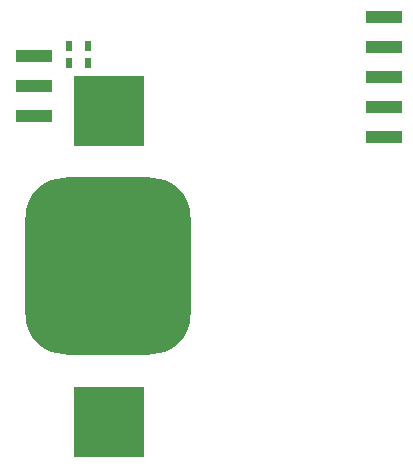
<source format=gbp>
G04*
G04 #@! TF.GenerationSoftware,Altium Limited,Altium Designer,18.1.5 (160)*
G04*
G04 Layer_Color=128*
%FSLAX25Y25*%
%MOIN*%
G70*
G01*
G75*
%ADD19R,0.01968X0.03543*%
%ADD60R,0.12480X0.04016*%
%ADD61R,0.23622X0.23622*%
G04:AMPARAMS|DCode=62|XSize=590.55mil|YSize=551.18mil|CornerRadius=137.8mil|HoleSize=0mil|Usage=FLASHONLY|Rotation=270.000|XOffset=0mil|YOffset=0mil|HoleType=Round|Shape=RoundedRectangle|*
%AMROUNDEDRECTD62*
21,1,0.59055,0.27559,0,0,270.0*
21,1,0.31496,0.55118,0,0,270.0*
1,1,0.27559,-0.13780,-0.15748*
1,1,0.27559,-0.13780,0.15748*
1,1,0.27559,0.13780,0.15748*
1,1,0.27559,0.13780,-0.15748*
%
%ADD62ROUNDEDRECTD62*%
D19*
X35000Y169291D02*
D03*
X28780D02*
D03*
X35000Y163386D02*
D03*
X28780D02*
D03*
D60*
X133703Y138925D02*
D03*
Y148925D02*
D03*
Y158925D02*
D03*
Y178925D02*
D03*
Y168925D02*
D03*
X16916Y145797D02*
D03*
Y155797D02*
D03*
Y165797D02*
D03*
D61*
X41992Y43736D02*
D03*
Y147673D02*
D03*
D62*
X41500Y96000D02*
D03*
M02*

</source>
